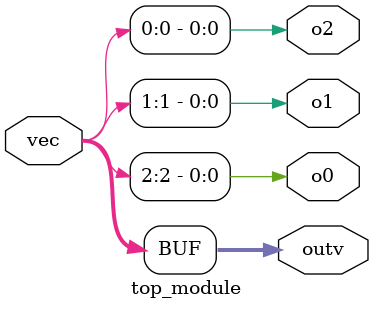
<source format=v>
module top_module (
    input  wire [2:0] vec,
    output wire [2:0] outv,
    output wire       o0,
    output wire       o1,
    output wire       o2
);
    assign outv = vec;
    assign o0 = vec[2];
    assign o1 = vec[1];
    assign o2 = vec[0];
endmodule

</source>
